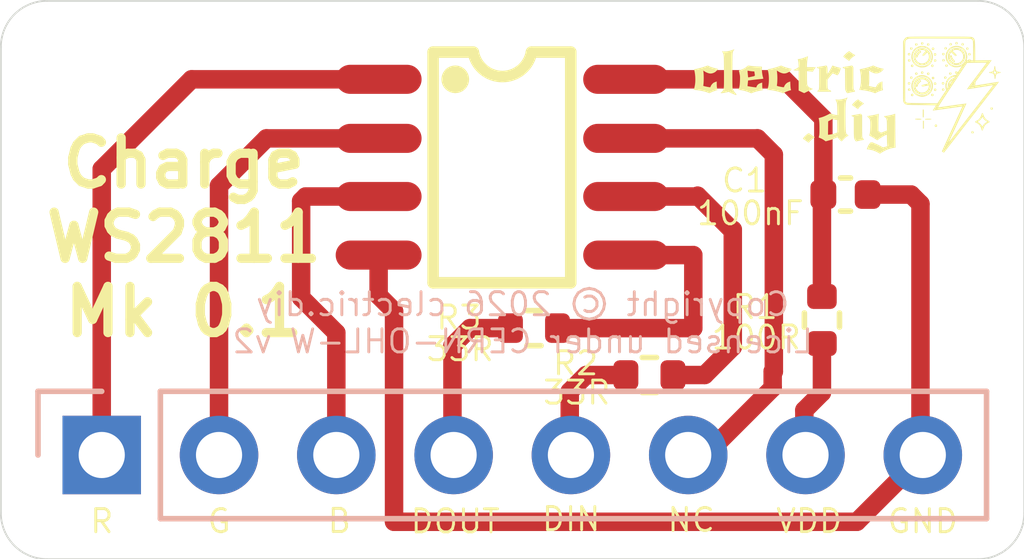
<source format=kicad_pcb>
(kicad_pcb (version 20241229) (generator "pcbnew") (generator_version "9.0")
  (title_block (title "Charge WS2811") (date "2026-02-20") (rev "Mk 0.1") (company "clectric.diy") (comment 1 "Copyright © 2026 clectric.diy Licensed under CERN-OHL-W v2") (comment 2 "Charles H. Leggett"))
  (layers (0 "F.Cu" signal "Front") (2 "B.Cu" signal "Back") (13 "F.Paste" user) (15 "B.Paste" user) (5 "F.SilkS" user "F.Silkscreen") (7 "B.SilkS" user "B.Silkscreen") (1 "F.Mask" user) (3 "B.Mask" user) (25 "Edge.Cuts" user))
  (net 0 "")
  (net 1 "OUTG")
  (net 2 "DOUT")
  (net 3 "OUTR")
  (net 4 "VDD")
  (net 5 "GND")
  (net 6 "NC")
  (net 7 "OUTB")
  (net 8 "DIN")
  (footprint "Capacitor_SMD:C_0402_1005Metric" (layer "F.Cu") (at 114.2802 103.505 180)
    (property "Reference" "C1" (at 2.187 0.3048 0) (layer "F.SilkS") (effects (font (size 0.5 0.5) (thickness 0.0625))))
    (property "Value" "100nF" (at 2.06 -0.4064 0) (layer "F.SilkS") (effects (font (size 0.5 0.5) (thickness 0.0625))))
    (pad "1" smd roundrect (at -0.48 0 180) (size 0.56 0.62) (layers "F.Cu" "F.Mask" "F.Paste") (net 5 "GND"))
    (pad "2" smd roundrect (at 0.48 0 180) (size 0.56 0.62) (layers "F.Cu" "F.Mask" "F.Paste") (net 4 "VDD"))
  )
  (footprint "LOGO" (layer "F.Cu") (at 114.292898 101.310787)
    (property "Reference" "G***" (hide yes))
    (property "Value" "LOGO" (hide yes))
  )
  (footprint "clectric-diy:SOP-8_L4.9-W3.9-P1.27-LS6.0-BL" (layer "F.Cu") (at 106.85 102.917402 -90)
    (property "Reference" "U1" (hide yes))
    (property "Value" "WS2811" (hide yes))
    (pad "1" smd oval (at -1.91 2.68 270) (size 0.63 1.86) (layers "F.Cu" "F.Mask" "F.Paste") (net 3 "OUTR"))
    (pad "2" smd oval (at -0.63 2.68 270) (size 0.63 1.86) (layers "F.Cu" "F.Mask" "F.Paste") (net 1 "OUTG"))
    (pad "3" smd oval (at 0.63 2.68 270) (size 0.63 1.86) (layers "F.Cu" "F.Mask" "F.Paste") (net 7 "OUTB"))
    (pad "4" smd oval (at 1.9 2.68 270) (size 0.63 1.86) (layers "F.Cu" "F.Mask" "F.Paste") (net 5 "GND"))
    (pad "5" smd oval (at 1.9 -2.68 270) (size 0.63 1.86) (layers "F.Cu" "F.Mask" "F.Paste") (net 2 "DOUT"))
    (pad "6" smd oval (at 0.63 -2.68 270) (size 0.63 1.86) (layers "F.Cu" "F.Mask" "F.Paste") (net 8 "DIN"))
    (pad "7" smd oval (at -0.63 -2.68 270) (size 0.63 1.86) (layers "F.Cu" "F.Mask" "F.Paste") (net 6 "NC"))
    (pad "8" smd oval (at -1.91 -2.68 270) (size 0.63 1.86) (layers "F.Cu" "F.Mask" "F.Paste") (net 4 "VDD"))
  )
  (footprint "Resistor_SMD:R_0402_1005Metric" (layer "F.Cu") (at 110.0338 107.4166)
    (property "Reference" "R2" (at -1.5982 -0.254 0) (layer "F.SilkS") (effects (font (size 0.5 0.5) (thickness 0.0625))))
    (property "Value" "33R" (at -1.5728 0.381 0) (layer "F.SilkS") (effects (font (size 0.5 0.5) (thickness 0.0625))))
    (pad "1" smd roundrect (at -0.51 0) (size 0.54 0.64) (layers "F.Cu" "F.Mask" "F.Paste") (net 8 "DIN"))
    (pad "2" smd roundrect (at 0.51 0) (size 0.54 0.64) (layers "F.Cu" "F.Mask" "F.Paste") (net 8 "DIN"))
  )
  (footprint "Resistor_SMD:R_0402_1005Metric" (layer "F.Cu") (at 113.7696 106.2248 -90)
    (property "Reference" "R1" (at -0.2814 1.4478 180) (layer "F.SilkS") (effects (font (size 0.5 0.5) (thickness 0.0625))))
    (property "Value" "100R" (at 0.379 1.4224 180) (layer "F.SilkS") (effects (font (size 0.5 0.5) (thickness 0.0625))))
    (pad "1" smd roundrect (at -0.51 0 270) (size 0.54 0.64) (layers "F.Cu" "F.Mask" "F.Paste") (net 4 "VDD"))
    (pad "2" smd roundrect (at 0.51 0 270) (size 0.54 0.64) (layers "F.Cu" "F.Mask" "F.Paste") (net 4 "VDD"))
  )
  (footprint "Resistor_SMD:R_0402_1005Metric" (layer "F.Cu") (at 107.534 106.4)
    (property "Reference" "R3" (at -1.6236 -0.2286 0) (layer "F.SilkS") (effects (font (size 0.5 0.5) (thickness 0.0625))))
    (property "Value" "33R" (at -1.5982 0.4572 180) (layer "F.SilkS") (effects (font (size 0.5 0.5) (thickness 0.0625))))
    (pad "1" smd roundrect (at -0.51 0) (size 0.54 0.64) (layers "F.Cu" "F.Mask" "F.Paste") (net 2 "DOUT"))
    (pad "2" smd roundrect (at 0.51 0) (size 0.54 0.64) (layers "F.Cu" "F.Mask" "F.Paste") (net 2 "DOUT"))
  )
  (footprint "Connector_PinHeader_2.54mm:PinHeader_1x08_P2.54mm_Vertical" (layer "B.Cu") (at 98.174 109.15 -90)
    (property "Reference" "J1" (hide yes))
    (property "Value" "Conn_01x08_Pin")
    (pad "1" thru_hole rect (at 0 0 270) (size 1.7 1.7) (drill 1) (layers "*.Cu" "*.Mask") (net 3 "OUTR"))
    (pad "2" thru_hole circle (at 0 -2.54 270) (size 1.7 1.7) (drill 1) (layers "*.Cu" "*.Mask") (net 1 "OUTG"))
    (pad "3" thru_hole circle (at 0 -5.08 270) (size 1.7 1.7) (drill 1) (layers "*.Cu" "*.Mask") (net 7 "OUTB"))
    (pad "4" thru_hole circle (at 0 -7.62 270) (size 1.7 1.7) (drill 1) (layers "*.Cu" "*.Mask") (net 2 "DOUT"))
    (pad "5" thru_hole circle (at 0 -10.16 270) (size 1.7 1.7) (drill 1) (layers "*.Cu" "*.Mask") (net 8 "DIN"))
    (pad "6" thru_hole circle (at 0 -12.7 270) (size 1.7 1.7) (drill 1) (layers "*.Cu" "*.Mask") (net 6 "NC"))
    (pad "7" thru_hole circle (at 0 -15.24 270) (size 1.7 1.7) (drill 1) (layers "*.Cu" "*.Mask") (net 4 "VDD"))
    (pad "8" thru_hole circle (at 0 -17.78 270) (size 1.7 1.7) (drill 1) (layers "*.Cu" "*.Mask") (net 5 "GND"))
  )
  (gr_line (start 118.15 100.307402) (end 118.15 110.407402) (stroke (width 0.0381)) (layer "Edge.Cuts"))
  (gr_arc (start 95.99 100.307402) (mid 96.282893 99.600295) (end 96.99 99.307402) (stroke (width 0.0381)) (layer "Edge.Cuts"))
  (gr_line (start 95.99 110.407402) (end 95.99 100.307402) (stroke (width 0.0381)) (layer "Edge.Cuts"))
  (gr_arc (start 96.99 111.407402) (mid 96.282893 111.114509) (end 95.99 110.407402) (stroke (width 0.0381)) (layer "Edge.Cuts"))
  (gr_line (start 96.99 99.307402) (end 117.15 99.307402) (stroke (width 0.0381)) (layer "Edge.Cuts"))
  (gr_line (start 117.15 111.407402) (end 96.99 111.407402) (stroke (width 0.0381)) (layer "Edge.Cuts"))
  (gr_arc (start 117.15 99.307402) (mid 117.857106 99.600295) (end 118.15 100.307402) (stroke (width 0.0381)) (layer "Edge.Cuts"))
  (gr_arc (start 118.15 110.407402) (mid 117.857107 111.114509) (end 117.15 111.407402) (stroke (width 0.0381)) (layer "Edge.Cuts"))
  (gr_text "G" (at 101.0076 110.877 0) (layer "F.SilkS") (effects (font (size 0.5 0.5) (thickness 0.0625)) (justify right bottom)))
  (gr_text "Charge\nWS2811\nMk 0.1" (at 99.952 106.6292 0) (layer "F.SilkS") (effects (font (size 1 1) (thickness 0.2) (bold yes)) (justify bottom)))
  (gr_text "DIN" (at 109.0116 110.831 0) (layer "F.SilkS") (effects (font (size 0.5 0.5) (thickness 0.0625)) (justify right bottom)))
  (gr_text "DOUT" (at 106.834 110.88 0) (layer "F.SilkS") (effects (font (size 0.5 0.5) (thickness 0.0625)) (justify right bottom)))
  (gr_text "GND" (at 116.7556 110.877 0) (layer "F.SilkS") (effects (font (size 0.5 0.5) (thickness 0.0625)) (justify right bottom)))
  (gr_text "B" (at 103.6096 110.871 0) (layer "F.SilkS") (effects (font (size 0.5 0.5) (thickness 0.0625)) (justify right bottom)))
  (gr_text "VDD" (at 114.2496 110.873598 0) (layer "F.SilkS") (effects (font (size 0.5 0.5) (thickness 0.0625)) (justify right bottom)))
  (gr_text "R" (at 98.4676 110.877 0) (layer "F.SilkS") (effects (font (size 0.5 0.5) (thickness 0.0625)) (justify right bottom)))
  (gr_text "NC" (at 111.4916 110.851 0) (layer "F.SilkS") (effects (font (size 0.5 0.5) (thickness 0.0625)) (justify right bottom)))
  (gr_text "Copyright © 2026 clectric.diy\nLicensed under CERN-OHL-W v2" (at 107.29 106.98 0) (layer "B.SilkS") (effects (font (size 0.5 0.5) (thickness 0.0625)) (justify bottom mirror)))
  (segment (start 101.74 102.287402) (end 100.714 103.313402) (width 0.4) (layer "F.Cu") (net 1))
  (segment (start 104.17 102.287402) (end 101.74 102.287402) (width 0.4) (layer "F.Cu") (net 1))
  (segment (start 100.714 103.313402) (end 100.714 109.008402) (width 0.4) (layer "F.Cu") (net 1))
  (segment (start 105.7686 106.7816) (end 105.7686 109.1946) (width 0.4) (layer "F.Cu") (net 2))
  (segment (start 110.984 106.4006) (end 108.0546 106.4006) (width 0.4) (layer "F.Cu") (net 2))
  (segment (start 110.984 104.817402) (end 110.984 106.4006) (width 0.4) (layer "F.Cu") (net 2))
  (segment (start 109.53 104.817402) (end 110.984 104.817402) (width 0.4) (layer "F.Cu") (net 2))
  (segment (start 107.0346 106.4006) (end 106.1496 106.4006) (width 0.4) (layer "F.Cu") (net 2))
  (segment (start 106.1496 106.4006) (end 105.7686 106.7816) (width 0.4) (layer "F.Cu") (net 2))
  (segment (start 104.17 101.007402) (end 100.12 101.007402) (width 0.4) (layer "F.Cu") (net 3))
  (segment (start 98.174 102.953402) (end 98.174 109.008402) (width 0.4) (layer "F.Cu") (net 3))
  (segment (start 100.12 101.007402) (end 98.174 102.953402) (width 0.4) (layer "F.Cu") (net 3))
  (segment (start 109.53 101.007402) (end 112.948402 101.007402) (width 0.4) (layer "F.Cu") (net 4))
  (segment (start 113.3886 108.1786) (end 113.7696 107.7976) (width 0.4) (layer "F.Cu") (net 4))
  (segment (start 112.948402 101.007402) (end 113.8002 101.8592) (width 0.4) (layer "F.Cu") (net 4))
  (segment (start 113.7696 107.7976) (end 113.7696 106.7348) (width 0.4) (layer "F.Cu") (net 4))
  (segment (start 113.3886 109.1946) (end 113.3886 108.1786) (width 0.4) (layer "F.Cu") (net 4))
  (segment (start 113.8002 101.8592) (end 113.8002 103.505) (width 0.4) (layer "F.Cu") (net 4))
  (segment (start 113.7696 105.7148) (end 113.7696 103.5356) (width 0.4) (layer "F.Cu") (net 4))
  (segment (start 113.7696 103.5356) (end 113.8002 103.505) (width 0.4) (layer "F.Cu") (net 4))
  (segment (start 104.504 110.597402) (end 114.525798 110.597402) (width 0.4) (layer "F.Cu") (net 5))
  (segment (start 115.9032 109.1692) (end 115.9286 109.1946) (width 0.4) (layer "F.Cu") (net 5))
  (segment (start 104.504 110.597402) (end 104.504 106.03) (width 0.4) (layer "F.Cu") (net 5))
  (segment (start 115.7 103.505) (end 115.9032 103.7082) (width 0.4) (layer "F.Cu") (net 5))
  (segment (start 115.9032 103.7082) (end 115.9032 109.1692) (width 0.4) (layer "F.Cu") (net 5))
  (segment (start 114.525798 110.597402) (end 115.9286 109.1946) (width 0.4) (layer "F.Cu") (net 5))
  (segment (start 104.504 106.03) (end 104.17 105.696) (width 0.4) (layer "F.Cu") (net 5))
  (segment (start 104.17 105.696) (end 104.17 104.817402) (width 0.4) (layer "F.Cu") (net 5))
  (segment (start 114.7602 103.505) (end 115.7 103.505) (width 0.4) (layer "F.Cu") (net 5))
  (segment (start 115.9286 109.1946) (end 115.9194 109.1946) (width 0.4) (layer "B.Cu") (net 5))
  (segment (start 112.7028 107.3404) (end 112.7028 107.696) (width 0.4) (layer "F.Cu") (net 6))
  (segment (start 111.2042 109.1946) (end 110.8486 109.1946) (width 0.4) (layer "F.Cu") (net 6))
  (segment (start 112.7282 102.6414) (end 112.7282 107.3404) (width 0.4) (layer "F.Cu") (net 6))
  (segment (start 112.374202 102.287402) (end 112.7282 102.6414) (width 0.4) (layer "F.Cu") (net 6))
  (segment (start 112.7282 107.3404) (end 112.7028 107.3404) (width 0.4) (layer "F.Cu") (net 6))
  (segment (start 109.53 102.287402) (end 112.374202 102.287402) (width 0.4) (layer "F.Cu") (net 6))
  (segment (start 112.7028 107.696) (end 111.2042 109.1946) (width 0.4) (layer "F.Cu") (net 6))
  (segment (start 102.492 105.7402) (end 102.492 103.645402) (width 0.4) (layer "F.Cu") (net 7))
  (segment (start 103.254 106.5022) (end 102.492 105.7402) (width 0.4) (layer "F.Cu") (net 7))
  (segment (start 102.59 103.547402) (end 104.17 103.547402) (width 0.4) (layer "F.Cu") (net 7))
  (segment (start 102.492 103.645402) (end 102.59 103.547402) (width 0.4) (layer "F.Cu") (net 7))
  (segment (start 103.254 109.008402) (end 103.254 106.5022) (width 0.4) (layer "F.Cu") (net 7))
  (segment (start 111.2296 107.4166) (end 110.5438 107.4166) (width 0.4) (layer "F.Cu") (net 8))
  (segment (start 111.8392 104.267) (end 111.8392 106.807) (width 0.4) (layer "F.Cu") (net 8))
  (segment (start 111.8138 104.267) (end 111.8392 104.267) (width 0.4) (layer "F.Cu") (net 8))
  (segment (start 108.3086 107.7722) (end 108.3086 109.1946) (width 0.4) (layer "F.Cu") (net 8))
  (segment (start 111.0772 103.5304) (end 111.8138 104.267) (width 0.4) (layer "F.Cu") (net 8))
  (segment (start 111.8392 106.807) (end 111.2296 107.4166) (width 0.4) (layer "F.Cu") (net 8))
  (segment (start 108.6642 107.4166) (end 108.3086 107.7722) (width 0.4) (layer "F.Cu") (net 8))
  (segment (start 111.060198 103.547402) (end 111.0772 103.5304) (width 0.4) (layer "F.Cu") (net 8))
  (segment (start 109.53 103.547402) (end 111.060198 103.547402) (width 0.4) (layer "F.Cu") (net 8))
  (segment (start 109.5238 107.4166) (end 108.6642 107.4166) (width 0.4) (layer "F.Cu") (net 8))
)
</source>
